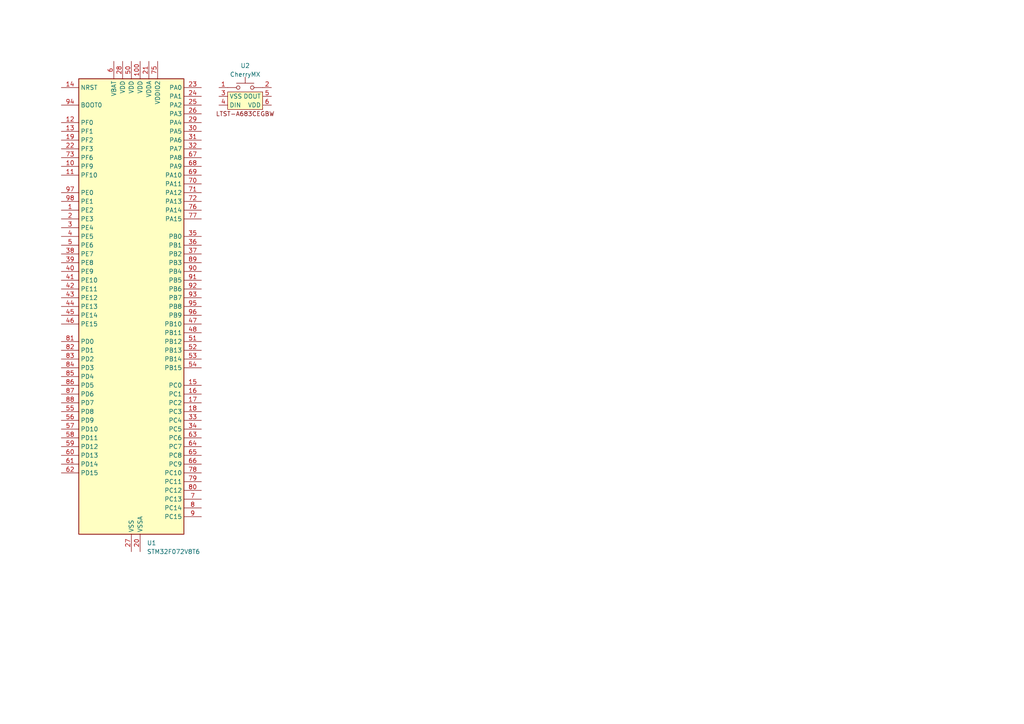
<source format=kicad_sch>
(kicad_sch (version 20230121) (generator eeschema)
  (paper "A4")
  (title_block (title "Modularo 80%") (rev "0.1") (company "Sikino"))
  (lib_symbols
    (symbol "CherryMX:CherryMX_LTST-A683CEGBW"
      (property "Reference" "U" (at 4.445 5.08 0))
      (property "Value" "CherryMX" (at 0 7.62 0))
      (symbol "CherryMX_LTST-A683CEGBW_0_1"
        (rectangle (start -5.08 1.27) (end 5.08 -3.81) (fill (type background)))
        (polyline (pts (xy -5.08 2.54) (xy -2.54 2.54)))
        (polyline (pts (xy 2.54 2.54) (xy 5.08 2.54)))
      )
      (symbol "CherryMX_LTST-A683CEGBW_1_1"
        (circle (center -2.032 2.54) (radius 0.508))
        (polyline (pts (xy 0 3.81) (xy 0 5.588)))
        (polyline (pts (xy 2.54 3.81) (xy -2.54 3.81)))
        (circle (center 2.032 2.54) (radius 0.508))
        (text "LTST-A683CEGBW" (at 0 -5.08 0) (effects (font (size 1.27 1.27))))
        (pin passive line (at -7.62 2.54 0) (length 2.54) (name "~") (number "1"))
        (pin passive line (at 7.62 2.54 180) (length 2.54) (name "~") (number "2"))
        (pin power_out line (at -7.62 0 0) (length 2.54) (name "VSS") (number "3"))
        (pin input line (at -7.62 -2.54 0) (length 2.54) (name "DIN") (number "4"))
        (pin output line (at 7.62 0 180) (length 2.54) (name "DOUT") (number "5"))
        (pin power_in line (at 7.62 -2.54 180) (length 2.54) (name "VDD") (number "6"))
      )
    )
    (symbol "MCU_ST_STM32F0:STM32F072V8Tx"
      (property "Reference" "U" (at -15.24 67.31 0))
      (property "Value" "STM32F072V8Tx" (at 10.16 67.31 0))
      (symbol "STM32F072V8Tx_0_1"
        (rectangle (start -15.24 -66.04) (end 15.24 66.04) (stroke (width 0.254)) (fill (type background)))
      )
      (symbol "STM32F072V8Tx_1_1"
        (pin bidirectional line (at -20.32 27.94 0) (length 5.08) (name "PE2") (number "1"))
        (pin bidirectional line (at -20.32 40.64 0) (length 5.08) (name "PF9") (number "10"))
        (pin power_in line (at 2.54 71.12 270) (length 5.08) (name "VDD") (number "100"))
        (pin bidirectional line (at -20.32 38.1 0) (length 5.08) (name "PF10") (number "11"))
        (pin bidirectional line (at -20.32 53.34 0) (length 5.08) (name "PF0") (number "12"))
        (pin bidirectional line (at -20.32 50.8 0) (length 5.08) (name "PF1") (number "13"))
        (pin input line (at -20.32 63.5 0) (length 5.08) (name "NRST") (number "14"))
        (pin bidirectional line (at 20.32 -22.86 180) (length 5.08) (name "PC0") (number "15"))
        (pin bidirectional line (at 20.32 -25.4 180) (length 5.08) (name "PC1") (number "16"))
        (pin bidirectional line (at 20.32 -27.94 180) (length 5.08) (name "PC2") (number "17"))
        (pin bidirectional line (at 20.32 -30.48 180) (length 5.08) (name "PC3") (number "18"))
        (pin bidirectional line (at -20.32 48.26 0) (length 5.08) (name "PF2") (number "19"))
        (pin bidirectional line (at -20.32 25.4 0) (length 5.08) (name "PE3") (number "2"))
        (pin power_in line (at 2.54 -71.12 90) (length 5.08) (name "VSSA") (number "20"))
        (pin power_in line (at 5.08 71.12 270) (length 5.08) (name "VDDA") (number "21"))
        (pin bidirectional line (at -20.32 45.72 0) (length 5.08) (name "PF3") (number "22"))
        (pin bidirectional line (at 20.32 63.5 180) (length 5.08) (name "PA0") (number "23"))
        (pin bidirectional line (at 20.32 60.96 180) (length 5.08) (name "PA1") (number "24"))
        (pin bidirectional line (at 20.32 58.42 180) (length 5.08) (name "PA2") (number "25"))
        (pin bidirectional line (at 20.32 55.88 180) (length 5.08) (name "PA3") (number "26"))
        (pin power_in line (at 0 -71.12 90) (length 5.08) (name "VSS") (number "27"))
        (pin power_in line (at -2.54 71.12 270) (length 5.08) (name "VDD") (number "28"))
        (pin bidirectional line (at 20.32 53.34 180) (length 5.08) (name "PA4") (number "29"))
        (pin bidirectional line (at -20.32 22.86 0) (length 5.08) (name "PE4") (number "3"))
        (pin bidirectional line (at 20.32 50.8 180) (length 5.08) (name "PA5") (number "30"))
        (pin bidirectional line (at 20.32 48.26 180) (length 5.08) (name "PA6") (number "31"))
        (pin bidirectional line (at 20.32 45.72 180) (length 5.08) (name "PA7") (number "32"))
        (pin bidirectional line (at 20.32 -33.02 180) (length 5.08) (name "PC4") (number "33"))
        (pin bidirectional line (at 20.32 -35.56 180) (length 5.08) (name "PC5") (number "34"))
        (pin bidirectional line (at 20.32 20.32 180) (length 5.08) (name "PB0") (number "35"))
        (pin bidirectional line (at 20.32 17.78 180) (length 5.08) (name "PB1") (number "36"))
        (pin bidirectional line (at 20.32 15.24 180) (length 5.08) (name "PB2") (number "37"))
        (pin bidirectional line (at -20.32 15.24 0) (length 5.08) (name "PE7") (number "38"))
        (pin bidirectional line (at -20.32 12.7 0) (length 5.08) (name "PE8") (number "39"))
        (pin bidirectional line (at -20.32 20.32 0) (length 5.08) (name "PE5") (number "4"))
        (pin bidirectional line (at -20.32 10.16 0) (length 5.08) (name "PE9") (number "40"))
        (pin bidirectional line (at -20.32 7.62 0) (length 5.08) (name "PE10") (number "41"))
        (pin bidirectional line (at -20.32 5.08 0) (length 5.08) (name "PE11") (number "42"))
        (pin bidirectional line (at -20.32 2.54 0) (length 5.08) (name "PE12") (number "43"))
        (pin bidirectional line (at -20.32 0 0) (length 5.08) (name "PE13") (number "44"))
        (pin bidirectional line (at -20.32 -2.54 0) (length 5.08) (name "PE14") (number "45"))
        (pin bidirectional line (at -20.32 -5.08 0) (length 5.08) (name "PE15") (number "46"))
        (pin bidirectional line (at 20.32 -5.08 180) (length 5.08) (name "PB10") (number "47"))
        (pin bidirectional line (at 20.32 -7.62 180) (length 5.08) (name "PB11") (number "48"))
        (pin passive line (at 0 -71.12 90) (length 5.08) hide (name "VSS") (number "49"))
        (pin bidirectional line (at -20.32 17.78 0) (length 5.08) (name "PE6") (number "5"))
        (pin power_in line (at 0 71.12 270) (length 5.08) (name "VDD") (number "50"))
        (pin bidirectional line (at 20.32 -10.16 180) (length 5.08) (name "PB12") (number "51"))
        (pin bidirectional line (at 20.32 -12.7 180) (length 5.08) (name "PB13") (number "52"))
        (pin bidirectional line (at 20.32 -15.24 180) (length 5.08) (name "PB14") (number "53"))
        (pin bidirectional line (at 20.32 -17.78 180) (length 5.08) (name "PB15") (number "54"))
        (pin bidirectional line (at -20.32 -30.48 0) (length 5.08) (name "PD8") (number "55"))
        (pin bidirectional line (at -20.32 -33.02 0) (length 5.08) (name "PD9") (number "56"))
        (pin bidirectional line (at -20.32 -35.56 0) (length 5.08) (name "PD10") (number "57"))
        (pin bidirectional line (at -20.32 -38.1 0) (length 5.08) (name "PD11") (number "58"))
        (pin bidirectional line (at -20.32 -40.64 0) (length 5.08) (name "PD12") (number "59"))
        (pin power_in line (at -5.08 71.12 270) (length 5.08) (name "VBAT") (number "6"))
        (pin bidirectional line (at -20.32 -43.18 0) (length 5.08) (name "PD13") (number "60"))
        (pin bidirectional line (at -20.32 -45.72 0) (length 5.08) (name "PD14") (number "61"))
        (pin bidirectional line (at -20.32 -48.26 0) (length 5.08) (name "PD15") (number "62"))
        (pin bidirectional line (at 20.32 -38.1 180) (length 5.08) (name "PC6") (number "63"))
        (pin bidirectional line (at 20.32 -40.64 180) (length 5.08) (name "PC7") (number "64"))
        (pin bidirectional line (at 20.32 -43.18 180) (length 5.08) (name "PC8") (number "65"))
        (pin bidirectional line (at 20.32 -45.72 180) (length 5.08) (name "PC9") (number "66"))
        (pin bidirectional line (at 20.32 43.18 180) (length 5.08) (name "PA8") (number "67"))
        (pin bidirectional line (at 20.32 40.64 180) (length 5.08) (name "PA9") (number "68"))
        (pin bidirectional line (at 20.32 38.1 180) (length 5.08) (name "PA10") (number "69"))
        (pin bidirectional line (at 20.32 -55.88 180) (length 5.08) (name "PC13") (number "7"))
        (pin bidirectional line (at 20.32 35.56 180) (length 5.08) (name "PA11") (number "70"))
        (pin bidirectional line (at 20.32 33.02 180) (length 5.08) (name "PA12") (number "71"))
        (pin bidirectional line (at 20.32 30.48 180) (length 5.08) (name "PA13") (number "72"))
        (pin bidirectional line (at -20.32 43.18 0) (length 5.08) (name "PF6") (number "73"))
        (pin passive line (at 0 -71.12 90) (length 5.08) hide (name "VSS") (number "74"))
        (pin power_in line (at 7.62 71.12 270) (length 5.08) (name "VDDIO2") (number "75"))
        (pin bidirectional line (at 20.32 27.94 180) (length 5.08) (name "PA14") (number "76"))
        (pin bidirectional line (at 20.32 25.4 180) (length 5.08) (name "PA15") (number "77"))
        (pin bidirectional line (at 20.32 -48.26 180) (length 5.08) (name "PC10") (number "78"))
        (pin bidirectional line (at 20.32 -50.8 180) (length 5.08) (name "PC11") (number "79"))
        (pin bidirectional line (at 20.32 -58.42 180) (length 5.08) (name "PC14") (number "8"))
        (pin bidirectional line (at 20.32 -53.34 180) (length 5.08) (name "PC12") (number "80"))
        (pin bidirectional line (at -20.32 -10.16 0) (length 5.08) (name "PD0") (number "81"))
        (pin bidirectional line (at -20.32 -12.7 0) (length 5.08) (name "PD1") (number "82"))
        (pin bidirectional line (at -20.32 -15.24 0) (length 5.08) (name "PD2") (number "83"))
        (pin bidirectional line (at -20.32 -17.78 0) (length 5.08) (name "PD3") (number "84"))
        (pin bidirectional line (at -20.32 -20.32 0) (length 5.08) (name "PD4") (number "85"))
        (pin bidirectional line (at -20.32 -22.86 0) (length 5.08) (name "PD5") (number "86"))
        (pin bidirectional line (at -20.32 -25.4 0) (length 5.08) (name "PD6") (number "87"))
        (pin bidirectional line (at -20.32 -27.94 0) (length 5.08) (name "PD7") (number "88"))
        (pin bidirectional line (at 20.32 12.7 180) (length 5.08) (name "PB3") (number "89"))
        (pin bidirectional line (at 20.32 -60.96 180) (length 5.08) (name "PC15") (number "9"))
        (pin bidirectional line (at 20.32 10.16 180) (length 5.08) (name "PB4") (number "90"))
        (pin bidirectional line (at 20.32 7.62 180) (length 5.08) (name "PB5") (number "91"))
        (pin bidirectional line (at 20.32 5.08 180) (length 5.08) (name "PB6") (number "92"))
        (pin bidirectional line (at 20.32 2.54 180) (length 5.08) (name "PB7") (number "93"))
        (pin input line (at -20.32 58.42 0) (length 5.08) (name "BOOT0") (number "94"))
        (pin bidirectional line (at 20.32 0 180) (length 5.08) (name "PB8") (number "95"))
        (pin bidirectional line (at 20.32 -2.54 180) (length 5.08) (name "PB9") (number "96"))
        (pin bidirectional line (at -20.32 33.02 0) (length 5.08) (name "PE0") (number "97"))
        (pin bidirectional line (at -20.32 30.48 0) (length 5.08) (name "PE1") (number "98"))
        (pin passive line (at 0 -71.12 90) (length 5.08) hide (name "VSS") (number "99"))
      )
    )
  )
  (symbol (lib_id "CherryMX:CherryMX_LTST-A683CEGBW") (at 71.12 27.94 0) (unit 1)
    (property "Reference" "U2" (at 71.12 19.05 0))
    (property "Value" "CherryMX" (at 71.12 21.59 0))
  )
  (symbol (lib_id "MCU_ST_STM32F0:STM32F072V8Tx") (at 38.1 88.9 0) (unit 1)
    (property "Reference" "U1" (at 42.5959 157.48 0) (effects (justify left)))
    (property "Value" "STM32F072V8T6" (at 42.5959 160.02 0) (effects (justify left)))
    (property "Footprint" "Package_QFP:LQFP-100_14x14mm_P0.5mm" (effects hide))
    (property "Datasheet" "https://www.st.com/resource/en/datasheet/stm32f072v8.pdf" (effects hide))
  )
)
</source>
